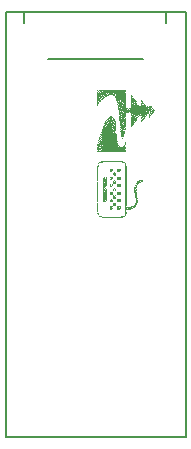
<source format=gbo>
G04 MADE WITH FRITZING*
G04 WWW.FRITZING.ORG*
G04 DOUBLE SIDED*
G04 HOLES PLATED*
G04 CONTOUR ON CENTER OF CONTOUR VECTOR*
%ASAXBY*%
%FSLAX23Y23*%
%MOIN*%
%OFA0B0*%
%SFA1.0B1.0*%
%ADD10R,0.608047X1.426100X0.592047X1.410100*%
%ADD11C,0.008000*%
%ADD12R,0.001000X0.001000*%
%LNSILK0*%
G90*
G70*
G54D11*
X4Y1422D02*
X604Y1422D01*
X604Y4D01*
X4Y4D01*
X4Y1422D01*
D02*
X66Y1422D02*
X538Y1422D01*
D02*
X66Y1422D02*
X66Y1383D01*
D02*
X538Y1422D02*
X538Y1383D01*
D02*
X460Y1264D02*
X145Y1264D01*
G36*
X495Y1097D02*
X492Y1097D01*
X492Y1100D01*
X495Y1100D01*
X495Y1097D01*
G37*
D02*
G36*
X489Y1074D02*
X486Y1074D01*
X486Y1068D01*
X483Y1068D01*
X483Y1080D01*
X486Y1080D01*
X486Y1077D01*
X489Y1077D01*
X489Y1074D01*
G37*
D02*
G36*
X474Y1106D02*
X471Y1106D01*
X471Y1109D01*
X474Y1109D01*
X474Y1106D01*
G37*
D02*
G36*
X460Y854D02*
X454Y854D01*
X454Y857D01*
X451Y857D01*
X451Y862D01*
X460Y862D01*
X460Y854D01*
G37*
D02*
G36*
X454Y851D02*
X451Y851D01*
X451Y854D01*
X454Y854D01*
X454Y851D01*
G37*
D02*
G36*
X451Y851D02*
X448Y851D01*
X448Y860D01*
X451Y860D01*
X451Y851D01*
G37*
D02*
G36*
X451Y851D02*
X448Y851D01*
X448Y860D01*
X451Y860D01*
X451Y851D01*
G37*
D02*
G36*
X448Y848D02*
X445Y848D01*
X445Y845D01*
X440Y845D01*
X440Y848D01*
X437Y848D01*
X437Y851D01*
X440Y851D01*
X440Y854D01*
X442Y854D01*
X442Y857D01*
X448Y857D01*
X448Y848D01*
G37*
D02*
G36*
X448Y1071D02*
X445Y1071D01*
X445Y1074D01*
X448Y1074D01*
X448Y1071D01*
G37*
D02*
G36*
X445Y1068D02*
X442Y1068D01*
X442Y1071D01*
X445Y1071D01*
X445Y1068D01*
G37*
D02*
G36*
X442Y1117D02*
X440Y1117D01*
X440Y1120D01*
X442Y1120D01*
X442Y1117D01*
G37*
D02*
G36*
X445Y784D02*
X442Y784D01*
X442Y793D01*
X445Y793D01*
X445Y784D01*
G37*
D02*
G36*
X445Y796D02*
X442Y796D01*
X442Y802D01*
X445Y802D01*
X445Y796D01*
G37*
D02*
G36*
X442Y778D02*
X440Y778D01*
X440Y784D01*
X442Y784D01*
X442Y778D01*
G37*
D02*
G36*
X442Y787D02*
X440Y787D01*
X440Y813D01*
X442Y813D01*
X442Y787D01*
G37*
D02*
G36*
X442Y787D02*
X440Y787D01*
X440Y813D01*
X442Y813D01*
X442Y787D01*
G37*
D02*
G36*
X442Y839D02*
X440Y839D01*
X440Y833D01*
X437Y833D01*
X437Y842D01*
X434Y842D01*
X434Y845D01*
X440Y845D01*
X440Y842D01*
X442Y842D01*
X442Y839D01*
G37*
D02*
G36*
X440Y773D02*
X437Y773D01*
X437Y775D01*
X440Y775D01*
X440Y773D01*
G37*
D02*
G36*
X440Y778D02*
X437Y778D01*
X437Y822D01*
X440Y822D01*
X440Y778D01*
G37*
D02*
G36*
X440Y778D02*
X437Y778D01*
X437Y822D01*
X440Y822D01*
X440Y778D01*
G37*
D02*
G36*
X440Y825D02*
X437Y825D01*
X437Y831D01*
X440Y831D01*
X440Y825D01*
G37*
D02*
G36*
X437Y770D02*
X434Y770D01*
X434Y784D01*
X437Y784D01*
X437Y770D01*
G37*
D02*
G36*
X437Y770D02*
X434Y770D01*
X434Y784D01*
X437Y784D01*
X437Y770D01*
G37*
D02*
G36*
X437Y802D02*
X434Y802D01*
X434Y828D01*
X437Y828D01*
X437Y802D01*
G37*
D02*
G36*
X437Y802D02*
X434Y802D01*
X434Y828D01*
X437Y828D01*
X437Y802D01*
G37*
D02*
G36*
X437Y831D02*
X434Y831D01*
X434Y839D01*
X437Y839D01*
X437Y831D01*
G37*
D02*
G36*
X434Y767D02*
X428Y767D01*
X428Y770D01*
X425Y770D01*
X425Y773D01*
X431Y773D01*
X431Y778D01*
X434Y778D01*
X434Y767D01*
G37*
D02*
G36*
X434Y816D02*
X431Y816D01*
X431Y839D01*
X434Y839D01*
X434Y816D01*
G37*
D02*
G36*
X434Y816D02*
X431Y816D01*
X431Y839D01*
X434Y839D01*
X434Y816D01*
G37*
D02*
G36*
X428Y764D02*
X425Y764D01*
X425Y767D01*
X428Y767D01*
X428Y764D01*
G37*
D02*
G36*
X425Y764D02*
X422Y764D01*
X422Y773D01*
X425Y773D01*
X425Y764D01*
G37*
D02*
G36*
X425Y764D02*
X422Y764D01*
X422Y773D01*
X425Y773D01*
X425Y764D01*
G37*
D02*
G36*
X422Y761D02*
X411Y761D01*
X411Y767D01*
X408Y767D01*
X408Y770D01*
X422Y770D01*
X422Y761D01*
G37*
D02*
G36*
X411Y761D02*
X408Y761D01*
X408Y764D01*
X411Y764D01*
X411Y761D01*
G37*
D02*
G36*
X408Y747D02*
X405Y747D01*
X405Y755D01*
X408Y755D01*
X408Y747D01*
G37*
D02*
G36*
X408Y761D02*
X405Y761D01*
X405Y770D01*
X408Y770D01*
X408Y761D01*
G37*
D02*
G36*
X408Y761D02*
X405Y761D01*
X405Y770D01*
X408Y770D01*
X408Y761D01*
G37*
D02*
G36*
X405Y741D02*
X402Y741D01*
X402Y773D01*
X405Y773D01*
X405Y741D01*
G37*
D02*
G36*
X405Y741D02*
X402Y741D01*
X402Y773D01*
X405Y773D01*
X405Y741D01*
G37*
D02*
G36*
X408Y773D02*
X405Y773D01*
X405Y775D01*
X402Y775D01*
X402Y917D01*
X405Y917D01*
X405Y906D01*
X408Y906D01*
X408Y773D01*
G37*
D02*
G36*
X405Y955D02*
X402Y955D01*
X402Y961D01*
X405Y961D01*
X405Y955D01*
G37*
D02*
G36*
X405Y964D02*
X402Y964D01*
X402Y970D01*
X405Y970D01*
X405Y964D01*
G37*
D02*
G36*
X402Y955D02*
X399Y955D01*
X399Y973D01*
X402Y973D01*
X402Y955D01*
G37*
D02*
G36*
X402Y955D02*
X399Y955D01*
X399Y973D01*
X402Y973D01*
X402Y955D01*
G37*
D02*
G36*
X399Y955D02*
X382Y955D01*
X382Y973D01*
X379Y973D01*
X379Y978D01*
X382Y978D01*
X382Y973D01*
X384Y973D01*
X384Y970D01*
X396Y970D01*
X396Y973D01*
X399Y973D01*
X399Y955D01*
G37*
D02*
G36*
X382Y955D02*
X379Y955D01*
X379Y970D01*
X382Y970D01*
X382Y955D01*
G37*
D02*
G36*
X379Y955D02*
X376Y955D01*
X376Y984D01*
X379Y984D01*
X379Y955D01*
G37*
D02*
G36*
X379Y955D02*
X376Y955D01*
X376Y984D01*
X379Y984D01*
X379Y955D01*
G37*
D02*
G36*
X379Y987D02*
X376Y987D01*
X376Y990D01*
X379Y990D01*
X379Y987D01*
G37*
D02*
G36*
X376Y955D02*
X373Y955D01*
X373Y1013D01*
X376Y1013D01*
X376Y955D01*
G37*
D02*
G36*
X376Y955D02*
X373Y955D01*
X373Y1013D01*
X376Y1013D01*
X376Y955D01*
G37*
D02*
G36*
X373Y955D02*
X367Y955D01*
X367Y1019D01*
X370Y1019D01*
X370Y1025D01*
X373Y1025D01*
X373Y955D01*
G37*
D02*
G36*
X373Y1028D02*
X370Y1028D01*
X370Y1030D01*
X373Y1030D01*
X373Y1028D01*
G37*
D02*
G36*
X373Y1033D02*
X370Y1033D01*
X370Y1039D01*
X373Y1039D01*
X373Y1033D01*
G37*
D02*
G36*
X370Y1025D02*
X367Y1025D01*
X367Y1057D01*
X370Y1057D01*
X370Y1025D01*
G37*
D02*
G36*
X370Y1025D02*
X367Y1025D01*
X367Y1057D01*
X370Y1057D01*
X370Y1025D01*
G37*
D02*
G36*
X367Y955D02*
X364Y955D01*
X364Y1042D01*
X367Y1042D01*
X367Y955D01*
G37*
D02*
G36*
X367Y955D02*
X364Y955D01*
X364Y1042D01*
X367Y1042D01*
X367Y955D01*
G37*
D02*
G36*
X367Y1045D02*
X364Y1045D01*
X364Y1051D01*
X367Y1051D01*
X367Y1045D01*
G37*
D02*
G36*
X367Y1054D02*
X364Y1054D01*
X364Y1057D01*
X361Y1057D01*
X361Y1068D01*
X358Y1068D01*
X358Y1071D01*
X361Y1071D01*
X361Y1068D01*
X364Y1068D01*
X364Y1065D01*
X367Y1065D01*
X367Y1054D01*
G37*
D02*
G36*
X364Y955D02*
X361Y955D01*
X361Y1019D01*
X364Y1019D01*
X364Y955D01*
G37*
D02*
G36*
X364Y1022D02*
X361Y1022D01*
X361Y1028D01*
X364Y1028D01*
X364Y1022D01*
G37*
D02*
G36*
X364Y1030D02*
X361Y1030D01*
X361Y1033D01*
X358Y1033D01*
X358Y1039D01*
X361Y1039D01*
X361Y1045D01*
X364Y1045D01*
X364Y1030D01*
G37*
D02*
G36*
X364Y1048D02*
X361Y1048D01*
X361Y1054D01*
X364Y1054D01*
X364Y1048D01*
G37*
D02*
G36*
X361Y955D02*
X358Y955D01*
X358Y1030D01*
X361Y1030D01*
X361Y955D01*
G37*
D02*
G36*
X361Y955D02*
X358Y955D01*
X358Y1030D01*
X361Y1030D01*
X361Y955D01*
G37*
D02*
G36*
X361Y1042D02*
X358Y1042D01*
X358Y1057D01*
X361Y1057D01*
X361Y1042D01*
G37*
D02*
G36*
X361Y1042D02*
X358Y1042D01*
X358Y1057D01*
X361Y1057D01*
X361Y1042D01*
G37*
D02*
G36*
X361Y1059D02*
X358Y1059D01*
X358Y1062D01*
X361Y1062D01*
X361Y1059D01*
G37*
D02*
G36*
X358Y955D02*
X356Y955D01*
X356Y1051D01*
X358Y1051D01*
X358Y955D01*
G37*
D02*
G36*
X358Y955D02*
X356Y955D01*
X356Y1051D01*
X358Y1051D01*
X358Y955D01*
G37*
D02*
G36*
X358Y955D02*
X356Y955D01*
X356Y1051D01*
X358Y1051D01*
X358Y955D01*
G37*
D02*
G36*
X358Y1054D02*
X356Y1054D01*
X356Y1074D01*
X358Y1074D01*
X358Y1054D01*
G37*
D02*
G36*
X358Y1054D02*
X356Y1054D01*
X356Y1074D01*
X358Y1074D01*
X358Y1054D01*
G37*
D02*
G36*
X358Y1054D02*
X356Y1054D01*
X356Y1074D01*
X358Y1074D01*
X358Y1054D01*
G37*
D02*
G36*
X356Y955D02*
X353Y955D01*
X353Y1074D01*
X356Y1074D01*
X356Y955D01*
G37*
D02*
G36*
X356Y955D02*
X353Y955D01*
X353Y1074D01*
X356Y1074D01*
X356Y955D01*
G37*
D02*
G36*
X353Y955D02*
X350Y955D01*
X350Y1039D01*
X353Y1039D01*
X353Y955D01*
G37*
D02*
G36*
X353Y1042D02*
X350Y1042D01*
X350Y1045D01*
X353Y1045D01*
X353Y1042D01*
G37*
D02*
G36*
X353Y1048D02*
X350Y1048D01*
X350Y1065D01*
X347Y1065D01*
X347Y1071D01*
X353Y1071D01*
X353Y1048D01*
G37*
D02*
G36*
X350Y955D02*
X347Y955D01*
X347Y1062D01*
X350Y1062D01*
X350Y955D01*
G37*
D02*
G36*
X350Y955D02*
X347Y955D01*
X347Y1062D01*
X350Y1062D01*
X350Y955D01*
G37*
D02*
G36*
X350Y955D02*
X347Y955D01*
X347Y1062D01*
X350Y1062D01*
X350Y955D01*
G37*
D02*
G36*
X347Y955D02*
X335Y955D01*
X335Y1039D01*
X338Y1039D01*
X338Y1042D01*
X341Y1042D01*
X341Y1048D01*
X344Y1048D01*
X344Y1051D01*
X347Y1051D01*
X347Y955D01*
G37*
D02*
G36*
X347Y1054D02*
X344Y1054D01*
X344Y1068D01*
X347Y1068D01*
X347Y1054D01*
G37*
D02*
G36*
X347Y1054D02*
X344Y1054D01*
X344Y1068D01*
X347Y1068D01*
X347Y1054D01*
G37*
D02*
G36*
X344Y1051D02*
X341Y1051D01*
X341Y1059D01*
X344Y1059D01*
X344Y1051D01*
G37*
D02*
G36*
X344Y1062D02*
X341Y1062D01*
X341Y1065D01*
X344Y1065D01*
X344Y1062D01*
G37*
D02*
G36*
X341Y1045D02*
X338Y1045D01*
X338Y1054D01*
X341Y1054D01*
X341Y1045D01*
G37*
D02*
G36*
X341Y1045D02*
X338Y1045D01*
X338Y1054D01*
X341Y1054D01*
X341Y1045D01*
G37*
D02*
G36*
X341Y1057D02*
X338Y1057D01*
X338Y1062D01*
X341Y1062D01*
X341Y1057D01*
G37*
D02*
G36*
X338Y1042D02*
X335Y1042D01*
X335Y1048D01*
X332Y1048D01*
X332Y1051D01*
X335Y1051D01*
X335Y1057D01*
X338Y1057D01*
X338Y1042D01*
G37*
D02*
G36*
X335Y955D02*
X332Y955D01*
X332Y1045D01*
X335Y1045D01*
X335Y955D01*
G37*
D02*
G36*
X335Y955D02*
X332Y955D01*
X332Y1045D01*
X335Y1045D01*
X335Y955D01*
G37*
D02*
G36*
X332Y955D02*
X329Y955D01*
X329Y1016D01*
X327Y1016D01*
X327Y1036D01*
X329Y1036D01*
X329Y1042D01*
X332Y1042D01*
X332Y955D01*
G37*
D02*
G36*
X329Y955D02*
X327Y955D01*
X327Y973D01*
X329Y973D01*
X329Y955D01*
G37*
D02*
G36*
X329Y975D02*
X327Y975D01*
X327Y1013D01*
X329Y1013D01*
X329Y975D01*
G37*
D02*
G36*
X327Y955D02*
X324Y955D01*
X324Y964D01*
X321Y964D01*
X321Y973D01*
X324Y973D01*
X324Y975D01*
X327Y975D01*
X327Y955D01*
G37*
D02*
G36*
X327Y978D02*
X324Y978D01*
X324Y1030D01*
X327Y1030D01*
X327Y978D01*
G37*
D02*
G36*
X327Y978D02*
X324Y978D01*
X324Y1030D01*
X327Y1030D01*
X327Y978D01*
G37*
D02*
G36*
X324Y955D02*
X315Y955D01*
X315Y958D01*
X321Y958D01*
X321Y961D01*
X324Y961D01*
X324Y955D01*
G37*
D02*
G36*
X324Y975D02*
X321Y975D01*
X321Y990D01*
X324Y990D01*
X324Y975D01*
G37*
D02*
G36*
X324Y993D02*
X321Y993D01*
X321Y999D01*
X324Y999D01*
X324Y993D01*
G37*
D02*
G36*
X324Y1001D02*
X321Y1001D01*
X321Y1004D01*
X324Y1004D01*
X324Y1001D01*
G37*
D02*
G36*
X324Y1007D02*
X321Y1007D01*
X321Y1010D01*
X318Y1010D01*
X318Y1013D01*
X324Y1013D01*
X324Y1007D01*
G37*
D02*
G36*
X324Y1016D02*
X321Y1016D01*
X321Y1022D01*
X324Y1022D01*
X324Y1016D01*
G37*
D02*
G36*
X321Y961D02*
X315Y961D01*
X315Y967D01*
X321Y967D01*
X321Y961D01*
G37*
D02*
G36*
X321Y970D02*
X318Y970D01*
X318Y975D01*
X321Y975D01*
X321Y970D01*
G37*
D02*
G36*
X321Y978D02*
X318Y978D01*
X318Y987D01*
X315Y987D01*
X315Y990D01*
X318Y990D01*
X318Y993D01*
X321Y993D01*
X321Y978D01*
G37*
D02*
G36*
X321Y996D02*
X318Y996D01*
X318Y999D01*
X315Y999D01*
X315Y1004D01*
X318Y1004D01*
X318Y1001D01*
X321Y1001D01*
X321Y996D01*
G37*
D02*
G36*
X318Y970D02*
X315Y970D01*
X315Y984D01*
X318Y984D01*
X318Y970D01*
G37*
D02*
G36*
X318Y970D02*
X315Y970D01*
X315Y984D01*
X318Y984D01*
X318Y970D01*
G37*
D02*
G36*
X315Y955D02*
X312Y955D01*
X312Y981D01*
X315Y981D01*
X315Y955D01*
G37*
D02*
G36*
X315Y955D02*
X312Y955D01*
X312Y981D01*
X315Y981D01*
X315Y955D01*
G37*
D02*
G36*
X315Y955D02*
X312Y955D01*
X312Y981D01*
X315Y981D01*
X315Y955D01*
G37*
D02*
G36*
X312Y955D02*
X309Y955D01*
X309Y958D01*
X312Y958D01*
X312Y955D01*
G37*
D02*
G36*
X312Y961D02*
X309Y961D01*
X309Y970D01*
X312Y970D01*
X312Y961D01*
G37*
D02*
G36*
X312Y973D02*
X309Y973D01*
X309Y981D01*
X312Y981D01*
X312Y973D01*
G37*
D02*
G36*
X405Y973D02*
X402Y973D01*
X402Y975D01*
X405Y975D01*
X405Y973D01*
G37*
D02*
G36*
X405Y978D02*
X402Y978D01*
X402Y987D01*
X405Y987D01*
X405Y978D01*
G37*
D02*
G36*
X402Y738D02*
X396Y738D01*
X396Y735D01*
X324Y735D01*
X324Y738D01*
X327Y738D01*
X327Y741D01*
X329Y741D01*
X329Y738D01*
X387Y738D01*
X387Y741D01*
X390Y741D01*
X390Y738D01*
X393Y738D01*
X393Y741D01*
X402Y741D01*
X402Y738D01*
G37*
D02*
G36*
X402Y917D02*
X390Y917D01*
X390Y920D01*
X393Y920D01*
X393Y923D01*
X396Y923D01*
X396Y920D01*
X402Y920D01*
X402Y917D01*
G37*
D02*
G36*
X402Y975D02*
X399Y975D01*
X399Y978D01*
X402Y978D01*
X402Y975D01*
G37*
D02*
G36*
X390Y920D02*
X327Y920D01*
X327Y917D01*
X315Y917D01*
X315Y920D01*
X321Y920D01*
X321Y923D01*
X390Y923D01*
X390Y920D01*
G37*
D02*
G36*
X387Y764D02*
X384Y764D01*
X384Y770D01*
X382Y770D01*
X382Y773D01*
X387Y773D01*
X387Y764D01*
G37*
D02*
G36*
X384Y761D02*
X382Y761D01*
X382Y767D01*
X384Y767D01*
X384Y761D01*
G37*
D02*
G36*
X382Y761D02*
X379Y761D01*
X379Y773D01*
X382Y773D01*
X382Y761D01*
G37*
D02*
G36*
X382Y761D02*
X379Y761D01*
X379Y773D01*
X382Y773D01*
X382Y761D01*
G37*
D02*
G36*
X379Y761D02*
X376Y761D01*
X376Y773D01*
X379Y773D01*
X379Y761D01*
G37*
D02*
G36*
X387Y787D02*
X376Y787D01*
X376Y796D01*
X387Y796D01*
X387Y787D01*
G37*
D02*
G36*
X387Y810D02*
X376Y810D01*
X376Y822D01*
X387Y822D01*
X387Y810D01*
G37*
D02*
G36*
X387Y836D02*
X382Y836D01*
X382Y839D01*
X379Y839D01*
X379Y836D01*
X376Y836D01*
X376Y848D01*
X387Y848D01*
X387Y836D01*
G37*
D02*
G36*
X387Y862D02*
X376Y862D01*
X376Y871D01*
X387Y871D01*
X387Y862D01*
G37*
D02*
G36*
X387Y886D02*
X384Y886D01*
X384Y888D01*
X387Y888D01*
X387Y886D01*
G37*
D02*
G36*
X387Y891D02*
X384Y891D01*
X384Y888D01*
X382Y888D01*
X382Y886D01*
X376Y886D01*
X376Y897D01*
X387Y897D01*
X387Y891D01*
G37*
D02*
G36*
X387Y1028D02*
X384Y1028D01*
X384Y1030D01*
X387Y1030D01*
X387Y1028D01*
G37*
D02*
G36*
X379Y1112D02*
X376Y1112D01*
X376Y1114D01*
X379Y1114D01*
X379Y1112D01*
G37*
D02*
G36*
X373Y775D02*
X370Y775D01*
X370Y773D01*
X361Y773D01*
X361Y784D01*
X373Y784D01*
X373Y775D01*
G37*
D02*
G36*
X373Y799D02*
X370Y799D01*
X370Y807D01*
X367Y807D01*
X367Y810D01*
X373Y810D01*
X373Y799D01*
G37*
D02*
G36*
X370Y799D02*
X367Y799D01*
X367Y804D01*
X370Y804D01*
X370Y799D01*
G37*
D02*
G36*
X367Y799D02*
X361Y799D01*
X361Y810D01*
X364Y810D01*
X364Y807D01*
X367Y807D01*
X367Y799D01*
G37*
D02*
G36*
X373Y825D02*
X367Y825D01*
X367Y831D01*
X370Y831D01*
X370Y833D01*
X373Y833D01*
X373Y825D01*
G37*
D02*
G36*
X373Y848D02*
X361Y848D01*
X361Y857D01*
X364Y857D01*
X364Y854D01*
X367Y854D01*
X367Y857D01*
X370Y857D01*
X370Y860D01*
X373Y860D01*
X373Y848D01*
G37*
D02*
G36*
X373Y874D02*
X364Y874D01*
X364Y877D01*
X361Y877D01*
X361Y883D01*
X364Y883D01*
X364Y886D01*
X367Y886D01*
X367Y883D01*
X370Y883D01*
X370Y880D01*
X373Y880D01*
X373Y874D01*
G37*
D02*
G36*
X373Y883D02*
X370Y883D01*
X370Y886D01*
X373Y886D01*
X373Y883D01*
G37*
D02*
G36*
X367Y831D02*
X364Y831D01*
X364Y833D01*
X367Y833D01*
X367Y831D01*
G37*
D02*
G36*
X367Y857D02*
X364Y857D01*
X364Y860D01*
X367Y860D01*
X367Y857D01*
G37*
D02*
G36*
X364Y825D02*
X361Y825D01*
X361Y831D01*
X364Y831D01*
X364Y825D01*
G37*
D02*
G36*
X361Y764D02*
X358Y764D01*
X358Y767D01*
X361Y767D01*
X361Y764D01*
G37*
D02*
G36*
X361Y770D02*
X358Y770D01*
X358Y773D01*
X361Y773D01*
X361Y770D01*
G37*
D02*
G36*
X358Y761D02*
X356Y761D01*
X356Y773D01*
X358Y773D01*
X358Y761D01*
G37*
D02*
G36*
X358Y761D02*
X356Y761D01*
X356Y773D01*
X358Y773D01*
X358Y761D01*
G37*
D02*
G36*
X356Y761D02*
X353Y761D01*
X353Y767D01*
X350Y767D01*
X350Y773D01*
X356Y773D01*
X356Y761D01*
G37*
D02*
G36*
X353Y761D02*
X350Y761D01*
X350Y764D01*
X353Y764D01*
X353Y761D01*
G37*
D02*
G36*
X361Y787D02*
X353Y787D01*
X353Y790D01*
X350Y790D01*
X350Y796D01*
X353Y796D01*
X353Y793D01*
X356Y793D01*
X356Y796D01*
X358Y796D01*
X358Y793D01*
X361Y793D01*
X361Y787D01*
G37*
D02*
G36*
X361Y810D02*
X353Y810D01*
X353Y816D01*
X350Y816D01*
X350Y822D01*
X361Y822D01*
X361Y810D01*
G37*
D02*
G36*
X353Y810D02*
X350Y810D01*
X350Y813D01*
X353Y813D01*
X353Y810D01*
G37*
D02*
G36*
X361Y836D02*
X350Y836D01*
X350Y848D01*
X356Y848D01*
X356Y842D01*
X358Y842D01*
X358Y839D01*
X361Y839D01*
X361Y836D01*
G37*
D02*
G36*
X361Y842D02*
X358Y842D01*
X358Y848D01*
X361Y848D01*
X361Y842D01*
G37*
D02*
G36*
X361Y865D02*
X358Y865D01*
X358Y862D01*
X356Y862D01*
X356Y868D01*
X353Y868D01*
X353Y871D01*
X361Y871D01*
X361Y865D01*
G37*
D02*
G36*
X356Y862D02*
X353Y862D01*
X353Y865D01*
X356Y865D01*
X356Y862D01*
G37*
D02*
G36*
X353Y862D02*
X350Y862D01*
X350Y871D01*
X353Y871D01*
X353Y862D01*
G37*
D02*
G36*
X353Y862D02*
X350Y862D01*
X350Y871D01*
X353Y871D01*
X353Y862D01*
G37*
D02*
G36*
X361Y886D02*
X358Y886D01*
X358Y888D01*
X361Y888D01*
X361Y886D01*
G37*
D02*
G36*
X361Y891D02*
X358Y891D01*
X358Y897D01*
X361Y897D01*
X361Y891D01*
G37*
D02*
G36*
X358Y886D02*
X356Y886D01*
X356Y897D01*
X358Y897D01*
X358Y886D01*
G37*
D02*
G36*
X358Y886D02*
X356Y886D01*
X356Y897D01*
X358Y897D01*
X358Y886D01*
G37*
D02*
G36*
X356Y886D02*
X350Y886D01*
X350Y897D01*
X356Y897D01*
X356Y886D01*
G37*
D02*
G36*
X341Y790D02*
X338Y790D01*
X338Y819D01*
X335Y819D01*
X335Y825D01*
X332Y825D01*
X332Y831D01*
X335Y831D01*
X335Y828D01*
X338Y828D01*
X338Y831D01*
X341Y831D01*
X341Y790D01*
G37*
D02*
G36*
X341Y836D02*
X338Y836D01*
X338Y839D01*
X341Y839D01*
X341Y836D01*
G37*
D02*
G36*
X341Y842D02*
X338Y842D01*
X338Y862D01*
X335Y862D01*
X335Y865D01*
X338Y865D01*
X338Y871D01*
X341Y871D01*
X341Y842D01*
G37*
D02*
G36*
X338Y787D02*
X335Y787D01*
X335Y790D01*
X338Y790D01*
X338Y787D01*
G37*
D02*
G36*
X338Y793D02*
X335Y793D01*
X335Y816D01*
X338Y816D01*
X338Y793D01*
G37*
D02*
G36*
X338Y836D02*
X335Y836D01*
X335Y860D01*
X338Y860D01*
X338Y836D01*
G37*
D02*
G36*
X338Y836D02*
X335Y836D01*
X335Y860D01*
X338Y860D01*
X338Y836D01*
G37*
D02*
G36*
X335Y787D02*
X332Y787D01*
X332Y796D01*
X335Y796D01*
X335Y787D01*
G37*
D02*
G36*
X335Y787D02*
X332Y787D01*
X332Y796D01*
X335Y796D01*
X335Y787D01*
G37*
D02*
G36*
X335Y799D02*
X332Y799D01*
X332Y822D01*
X335Y822D01*
X335Y799D01*
G37*
D02*
G36*
X335Y799D02*
X332Y799D01*
X332Y822D01*
X335Y822D01*
X335Y799D01*
G37*
D02*
G36*
X335Y833D02*
X332Y833D01*
X332Y851D01*
X335Y851D01*
X335Y833D01*
G37*
D02*
G36*
X335Y854D02*
X332Y854D01*
X332Y871D01*
X335Y871D01*
X335Y854D01*
G37*
D02*
G36*
X335Y854D02*
X332Y854D01*
X332Y871D01*
X335Y871D01*
X335Y854D01*
G37*
D02*
G36*
X332Y787D02*
X329Y787D01*
X329Y868D01*
X332Y868D01*
X332Y787D01*
G37*
D02*
G36*
X332Y787D02*
X329Y787D01*
X329Y868D01*
X332Y868D01*
X332Y787D01*
G37*
D02*
G36*
X332Y787D02*
X329Y787D01*
X329Y868D01*
X332Y868D01*
X332Y787D01*
G37*
D02*
G36*
X332Y787D02*
X329Y787D01*
X329Y868D01*
X332Y868D01*
X332Y787D01*
G37*
D02*
G36*
X332Y787D02*
X329Y787D01*
X329Y868D01*
X332Y868D01*
X332Y787D01*
G37*
D02*
G36*
X338Y831D02*
X335Y831D01*
X335Y833D01*
X338Y833D01*
X338Y831D01*
G37*
D02*
G36*
X324Y738D02*
X315Y738D01*
X315Y741D01*
X324Y741D01*
X324Y738D01*
G37*
D02*
G36*
X321Y1004D02*
X318Y1004D01*
X318Y1007D01*
X321Y1007D01*
X321Y1004D01*
G37*
D02*
G36*
X318Y993D02*
X315Y993D01*
X315Y996D01*
X318Y996D01*
X318Y993D01*
G37*
D02*
G36*
X315Y744D02*
X312Y744D01*
X312Y749D01*
X309Y749D01*
X309Y752D01*
X315Y752D01*
X315Y744D01*
G37*
D02*
G36*
X315Y903D02*
X312Y903D01*
X312Y857D01*
X309Y857D01*
X309Y909D01*
X312Y909D01*
X312Y912D01*
X315Y912D01*
X315Y903D01*
G37*
D02*
G36*
X315Y915D02*
X312Y915D01*
X312Y917D01*
X315Y917D01*
X315Y915D01*
G37*
D02*
G36*
X315Y984D02*
X312Y984D01*
X312Y987D01*
X315Y987D01*
X315Y984D01*
G37*
D02*
G36*
X315Y990D02*
X312Y990D01*
X312Y993D01*
X315Y993D01*
X315Y990D01*
G37*
D02*
G36*
X500Y1091D02*
X497Y1091D01*
X497Y1083D01*
X495Y1083D01*
X495Y1080D01*
X492Y1080D01*
X492Y1094D01*
X489Y1094D01*
X489Y1097D01*
X492Y1097D01*
X492Y1094D01*
X495Y1094D01*
X495Y1097D01*
X497Y1097D01*
X497Y1094D01*
X500Y1094D01*
X500Y1091D01*
G37*
D02*
G36*
X492Y1077D02*
X489Y1077D01*
X489Y1083D01*
X492Y1083D01*
X492Y1077D01*
G37*
D02*
G36*
X492Y1086D02*
X489Y1086D01*
X489Y1091D01*
X492Y1091D01*
X492Y1086D01*
G37*
D02*
G36*
X492Y1100D02*
X489Y1100D01*
X489Y1106D01*
X492Y1106D01*
X492Y1100D01*
G37*
D02*
G36*
X489Y1080D02*
X486Y1080D01*
X486Y1086D01*
X489Y1086D01*
X489Y1080D01*
G37*
D02*
G36*
X489Y1088D02*
X486Y1088D01*
X486Y1109D01*
X489Y1109D01*
X489Y1088D01*
G37*
D02*
G36*
X489Y1088D02*
X486Y1088D01*
X486Y1109D01*
X489Y1109D01*
X489Y1088D01*
G37*
D02*
G36*
X489Y1088D02*
X486Y1088D01*
X486Y1109D01*
X489Y1109D01*
X489Y1088D01*
G37*
D02*
G36*
X486Y1086D02*
X483Y1086D01*
X483Y1080D01*
X477Y1080D01*
X477Y1086D01*
X480Y1086D01*
X480Y1088D01*
X486Y1088D01*
X486Y1086D01*
G37*
D02*
G36*
X486Y1091D02*
X483Y1091D01*
X483Y1097D01*
X480Y1097D01*
X480Y1100D01*
X477Y1100D01*
X477Y1103D01*
X480Y1103D01*
X480Y1100D01*
X483Y1100D01*
X483Y1109D01*
X486Y1109D01*
X486Y1091D01*
G37*
D02*
G36*
X483Y1091D02*
X480Y1091D01*
X480Y1094D01*
X483Y1094D01*
X483Y1091D01*
G37*
D02*
G36*
X480Y1088D02*
X477Y1088D01*
X477Y1097D01*
X480Y1097D01*
X480Y1088D01*
G37*
D02*
G36*
X477Y1080D02*
X474Y1080D01*
X474Y1106D01*
X477Y1106D01*
X477Y1080D01*
G37*
D02*
G36*
X477Y1080D02*
X474Y1080D01*
X474Y1106D01*
X477Y1106D01*
X477Y1080D01*
G37*
D02*
G36*
X477Y1080D02*
X474Y1080D01*
X474Y1106D01*
X477Y1106D01*
X477Y1080D01*
G37*
D02*
G36*
X474Y1074D02*
X471Y1074D01*
X471Y1071D01*
X469Y1071D01*
X469Y1074D01*
X471Y1074D01*
X471Y1088D01*
X474Y1088D01*
X474Y1074D01*
G37*
D02*
G36*
X474Y1091D02*
X471Y1091D01*
X471Y1103D01*
X474Y1103D01*
X474Y1091D01*
G37*
D02*
G36*
X471Y1077D02*
X469Y1077D01*
X469Y1106D01*
X471Y1106D01*
X471Y1077D01*
G37*
D02*
G36*
X471Y1077D02*
X469Y1077D01*
X469Y1106D01*
X471Y1106D01*
X471Y1077D01*
G37*
D02*
G36*
X471Y1109D02*
X466Y1109D01*
X466Y1114D01*
X463Y1114D01*
X463Y1117D01*
X466Y1117D01*
X466Y1114D01*
X469Y1114D01*
X469Y1112D01*
X471Y1112D01*
X471Y1109D01*
G37*
D02*
G36*
X469Y1065D02*
X466Y1065D01*
X466Y1106D01*
X469Y1106D01*
X469Y1065D01*
G37*
D02*
G36*
X469Y1065D02*
X466Y1065D01*
X466Y1106D01*
X469Y1106D01*
X469Y1065D01*
G37*
D02*
G36*
X466Y1062D02*
X463Y1062D01*
X463Y1068D01*
X466Y1068D01*
X466Y1062D01*
G37*
D02*
G36*
X466Y1071D02*
X463Y1071D01*
X463Y1112D01*
X466Y1112D01*
X466Y1071D01*
G37*
D02*
G36*
X466Y1071D02*
X463Y1071D01*
X463Y1112D01*
X466Y1112D01*
X466Y1071D01*
G37*
D02*
G36*
X463Y1059D02*
X460Y1059D01*
X460Y1106D01*
X463Y1106D01*
X463Y1059D01*
G37*
D02*
G36*
X463Y1059D02*
X460Y1059D01*
X460Y1106D01*
X463Y1106D01*
X463Y1059D01*
G37*
D02*
G36*
X463Y1109D02*
X460Y1109D01*
X460Y1120D01*
X463Y1120D01*
X463Y1109D01*
G37*
D02*
G36*
X463Y1109D02*
X460Y1109D01*
X460Y1120D01*
X463Y1120D01*
X463Y1109D01*
G37*
D02*
G36*
X460Y1057D02*
X457Y1057D01*
X457Y1054D01*
X454Y1054D01*
X454Y1062D01*
X457Y1062D01*
X457Y1065D01*
X460Y1065D01*
X460Y1057D01*
G37*
D02*
G36*
X460Y1068D02*
X457Y1068D01*
X457Y1112D01*
X460Y1112D01*
X460Y1068D01*
G37*
D02*
G36*
X460Y1068D02*
X457Y1068D01*
X457Y1112D01*
X460Y1112D01*
X460Y1068D01*
G37*
D02*
G36*
X460Y1114D02*
X457Y1114D01*
X457Y1120D01*
X454Y1120D01*
X454Y1126D01*
X457Y1126D01*
X457Y1123D01*
X460Y1123D01*
X460Y1114D01*
G37*
D02*
G36*
X457Y1065D02*
X454Y1065D01*
X454Y1071D01*
X457Y1071D01*
X457Y1065D01*
G37*
D02*
G36*
X457Y1074D02*
X454Y1074D01*
X454Y1117D01*
X457Y1117D01*
X457Y1074D01*
G37*
D02*
G36*
X457Y1074D02*
X454Y1074D01*
X454Y1117D01*
X457Y1117D01*
X457Y1074D01*
G37*
D02*
G36*
X454Y1074D02*
X451Y1074D01*
X451Y1077D01*
X454Y1077D01*
X454Y1074D01*
G37*
D02*
G36*
X454Y1080D02*
X451Y1080D01*
X451Y1106D01*
X454Y1106D01*
X454Y1080D01*
G37*
D02*
G36*
X451Y1074D02*
X448Y1074D01*
X448Y1109D01*
X451Y1109D01*
X451Y1074D01*
G37*
D02*
G36*
X451Y1074D02*
X448Y1074D01*
X448Y1109D01*
X451Y1109D01*
X451Y1074D01*
G37*
D02*
G36*
X448Y1077D02*
X445Y1077D01*
X445Y1109D01*
X442Y1109D01*
X442Y1112D01*
X440Y1112D01*
X440Y1114D01*
X442Y1114D01*
X442Y1112D01*
X448Y1112D01*
X448Y1077D01*
G37*
D02*
G36*
X445Y1074D02*
X442Y1074D01*
X442Y1071D01*
X440Y1071D01*
X440Y1077D01*
X442Y1077D01*
X442Y1106D01*
X445Y1106D01*
X445Y1074D01*
G37*
D02*
G36*
X442Y1065D02*
X440Y1065D01*
X440Y1068D01*
X442Y1068D01*
X442Y1065D01*
G37*
D02*
G36*
X442Y1080D02*
X440Y1080D01*
X440Y1109D01*
X442Y1109D01*
X442Y1080D01*
G37*
D02*
G36*
X440Y1057D02*
X437Y1057D01*
X437Y1054D01*
X434Y1054D01*
X434Y1051D01*
X431Y1051D01*
X431Y1054D01*
X434Y1054D01*
X434Y1068D01*
X437Y1068D01*
X437Y1071D01*
X440Y1071D01*
X440Y1057D01*
G37*
D02*
G36*
X440Y1074D02*
X437Y1074D01*
X437Y1117D01*
X440Y1117D01*
X440Y1074D01*
G37*
D02*
G36*
X440Y1074D02*
X437Y1074D01*
X437Y1117D01*
X440Y1117D01*
X440Y1074D01*
G37*
D02*
G36*
X440Y1074D02*
X437Y1074D01*
X437Y1117D01*
X440Y1117D01*
X440Y1074D01*
G37*
D02*
G36*
X440Y1120D02*
X437Y1120D01*
X437Y1123D01*
X440Y1123D01*
X440Y1120D01*
G37*
D02*
G36*
X437Y1071D02*
X434Y1071D01*
X434Y1126D01*
X437Y1126D01*
X437Y1071D01*
G37*
D02*
G36*
X437Y1071D02*
X434Y1071D01*
X434Y1126D01*
X437Y1126D01*
X437Y1071D01*
G37*
D02*
G36*
X434Y1057D02*
X431Y1057D01*
X431Y1074D01*
X434Y1074D01*
X434Y1057D01*
G37*
D02*
G36*
X434Y1057D02*
X431Y1057D01*
X431Y1074D01*
X434Y1074D01*
X434Y1057D01*
G37*
D02*
G36*
X434Y1077D02*
X431Y1077D01*
X431Y1112D01*
X434Y1112D01*
X434Y1077D01*
G37*
D02*
G36*
X434Y1114D02*
X431Y1114D01*
X431Y1117D01*
X434Y1117D01*
X434Y1114D01*
G37*
D02*
G36*
X434Y1120D02*
X431Y1120D01*
X431Y1132D01*
X434Y1132D01*
X434Y1120D01*
G37*
D02*
G36*
X431Y1045D02*
X428Y1045D01*
X428Y1135D01*
X431Y1135D01*
X431Y1045D01*
G37*
D02*
G36*
X431Y1045D02*
X428Y1045D01*
X428Y1135D01*
X431Y1135D01*
X431Y1045D01*
G37*
D02*
G36*
X431Y1045D02*
X428Y1045D01*
X428Y1135D01*
X431Y1135D01*
X431Y1045D01*
G37*
D02*
G36*
X431Y1045D02*
X428Y1045D01*
X428Y1135D01*
X431Y1135D01*
X431Y1045D01*
G37*
D02*
G36*
X431Y1045D02*
X428Y1045D01*
X428Y1135D01*
X431Y1135D01*
X431Y1045D01*
G37*
D02*
G36*
X428Y1042D02*
X425Y1042D01*
X425Y1039D01*
X422Y1039D01*
X422Y1071D01*
X425Y1071D01*
X425Y1077D01*
X428Y1077D01*
X428Y1042D01*
G37*
D02*
G36*
X428Y1080D02*
X425Y1080D01*
X425Y1114D01*
X428Y1114D01*
X428Y1080D01*
G37*
D02*
G36*
X428Y1117D02*
X425Y1117D01*
X425Y1135D01*
X428Y1135D01*
X428Y1117D01*
G37*
D02*
G36*
X428Y1138D02*
X425Y1138D01*
X425Y1141D01*
X428Y1141D01*
X428Y1138D01*
G37*
D02*
G36*
X425Y1074D02*
X422Y1074D01*
X422Y1143D01*
X425Y1143D01*
X425Y1074D01*
G37*
D02*
G36*
X425Y1074D02*
X422Y1074D01*
X422Y1143D01*
X425Y1143D01*
X425Y1074D01*
G37*
D02*
G36*
X425Y1074D02*
X422Y1074D01*
X422Y1143D01*
X425Y1143D01*
X425Y1074D01*
G37*
D02*
G36*
X425Y1074D02*
X422Y1074D01*
X422Y1143D01*
X425Y1143D01*
X425Y1074D01*
G37*
D02*
G36*
X422Y1083D02*
X419Y1083D01*
X419Y1097D01*
X416Y1097D01*
X416Y1100D01*
X422Y1100D01*
X422Y1083D01*
G37*
D02*
G36*
X419Y1086D02*
X416Y1086D01*
X416Y1094D01*
X419Y1094D01*
X419Y1086D01*
G37*
D02*
G36*
X416Y1083D02*
X413Y1083D01*
X413Y1088D01*
X411Y1088D01*
X411Y1097D01*
X408Y1097D01*
X408Y1100D01*
X413Y1100D01*
X413Y1097D01*
X416Y1097D01*
X416Y1083D01*
G37*
D02*
G36*
X413Y1083D02*
X411Y1083D01*
X411Y1086D01*
X413Y1086D01*
X413Y1083D01*
G37*
D02*
G36*
X411Y1083D02*
X408Y1083D01*
X408Y1094D01*
X411Y1094D01*
X411Y1083D01*
G37*
D02*
G36*
X411Y1083D02*
X408Y1083D01*
X408Y1094D01*
X411Y1094D01*
X411Y1083D01*
G37*
D02*
G36*
X408Y1083D02*
X405Y1083D01*
X405Y1100D01*
X408Y1100D01*
X408Y1083D01*
G37*
D02*
G36*
X408Y1083D02*
X405Y1083D01*
X405Y1100D01*
X408Y1100D01*
X408Y1083D01*
G37*
D02*
G36*
X405Y1028D02*
X399Y1028D01*
X399Y1030D01*
X402Y1030D01*
X402Y1033D01*
X405Y1033D01*
X405Y1028D01*
G37*
D02*
G36*
X405Y1036D02*
X402Y1036D01*
X402Y1068D01*
X405Y1068D01*
X405Y1036D01*
G37*
D02*
G36*
X405Y1071D02*
X402Y1071D01*
X402Y1152D01*
X405Y1152D01*
X405Y1071D01*
G37*
D02*
G36*
X405Y1155D02*
X402Y1155D01*
X402Y1161D01*
X405Y1161D01*
X405Y1155D01*
G37*
D02*
G36*
X402Y1013D02*
X399Y1013D01*
X399Y1004D01*
X393Y1004D01*
X393Y1016D01*
X396Y1016D01*
X396Y1025D01*
X402Y1025D01*
X402Y1013D01*
G37*
D02*
G36*
X402Y1033D02*
X399Y1033D01*
X399Y1048D01*
X396Y1048D01*
X396Y1051D01*
X399Y1051D01*
X399Y1065D01*
X402Y1065D01*
X402Y1033D01*
G37*
D02*
G36*
X402Y1068D02*
X399Y1068D01*
X399Y1086D01*
X402Y1086D01*
X402Y1068D01*
G37*
D02*
G36*
X402Y1088D02*
X399Y1088D01*
X399Y1161D01*
X402Y1161D01*
X402Y1088D01*
G37*
D02*
G36*
X402Y1088D02*
X399Y1088D01*
X399Y1161D01*
X402Y1161D01*
X402Y1088D01*
G37*
D02*
G36*
X399Y1028D02*
X396Y1028D01*
X396Y1036D01*
X399Y1036D01*
X399Y1028D01*
G37*
D02*
G36*
X399Y1028D02*
X396Y1028D01*
X396Y1036D01*
X399Y1036D01*
X399Y1028D01*
G37*
D02*
G36*
X399Y1039D02*
X396Y1039D01*
X396Y1045D01*
X399Y1045D01*
X399Y1039D01*
G37*
D02*
G36*
X399Y1054D02*
X396Y1054D01*
X396Y1083D01*
X399Y1083D01*
X399Y1054D01*
G37*
D02*
G36*
X399Y1054D02*
X396Y1054D01*
X396Y1083D01*
X399Y1083D01*
X399Y1054D01*
G37*
D02*
G36*
X399Y1086D02*
X396Y1086D01*
X396Y1091D01*
X393Y1091D01*
X393Y1109D01*
X396Y1109D01*
X396Y1114D01*
X399Y1114D01*
X399Y1086D01*
G37*
D02*
G36*
X399Y1117D02*
X396Y1117D01*
X396Y1120D01*
X393Y1120D01*
X393Y1161D01*
X399Y1161D01*
X399Y1117D01*
G37*
D02*
G36*
X396Y999D02*
X393Y999D01*
X393Y1001D01*
X396Y1001D01*
X396Y999D01*
G37*
D02*
G36*
X396Y1019D02*
X393Y1019D01*
X393Y1048D01*
X396Y1048D01*
X396Y1019D01*
G37*
D02*
G36*
X396Y1019D02*
X393Y1019D01*
X393Y1048D01*
X396Y1048D01*
X396Y1019D01*
G37*
D02*
G36*
X396Y1019D02*
X393Y1019D01*
X393Y1048D01*
X396Y1048D01*
X396Y1019D01*
G37*
D02*
G36*
X396Y1051D02*
X393Y1051D01*
X393Y1077D01*
X390Y1077D01*
X390Y1080D01*
X393Y1080D01*
X393Y1086D01*
X396Y1086D01*
X396Y1051D01*
G37*
D02*
G36*
X396Y1112D02*
X393Y1112D01*
X393Y1117D01*
X396Y1117D01*
X396Y1112D01*
G37*
D02*
G36*
X393Y999D02*
X390Y999D01*
X390Y1007D01*
X393Y1007D01*
X393Y999D01*
G37*
D02*
G36*
X393Y999D02*
X390Y999D01*
X390Y1007D01*
X393Y1007D01*
X393Y999D01*
G37*
D02*
G36*
X393Y1010D02*
X390Y1010D01*
X390Y1022D01*
X393Y1022D01*
X393Y1010D01*
G37*
D02*
G36*
X393Y1010D02*
X390Y1010D01*
X390Y1022D01*
X393Y1022D01*
X393Y1010D01*
G37*
D02*
G36*
X393Y1025D02*
X390Y1025D01*
X390Y1028D01*
X393Y1028D01*
X393Y1025D01*
G37*
D02*
G36*
X393Y1033D02*
X390Y1033D01*
X390Y1036D01*
X393Y1036D01*
X393Y1033D01*
G37*
D02*
G36*
X393Y1039D02*
X390Y1039D01*
X390Y1054D01*
X393Y1054D01*
X393Y1039D01*
G37*
D02*
G36*
X393Y1039D02*
X390Y1039D01*
X390Y1054D01*
X393Y1054D01*
X393Y1039D01*
G37*
D02*
G36*
X393Y1057D02*
X390Y1057D01*
X390Y1059D01*
X387Y1059D01*
X387Y1065D01*
X390Y1065D01*
X390Y1068D01*
X393Y1068D01*
X393Y1057D01*
G37*
D02*
G36*
X393Y1071D02*
X390Y1071D01*
X390Y1074D01*
X393Y1074D01*
X393Y1071D01*
G37*
D02*
G36*
X393Y1083D02*
X390Y1083D01*
X390Y1100D01*
X393Y1100D01*
X393Y1083D01*
G37*
D02*
G36*
X393Y1083D02*
X390Y1083D01*
X390Y1100D01*
X393Y1100D01*
X393Y1083D01*
G37*
D02*
G36*
X393Y1103D02*
X390Y1103D01*
X390Y1161D01*
X393Y1161D01*
X393Y1103D01*
G37*
D02*
G36*
X393Y1103D02*
X390Y1103D01*
X390Y1161D01*
X393Y1161D01*
X393Y1103D01*
G37*
D02*
G36*
X393Y1103D02*
X390Y1103D01*
X390Y1161D01*
X393Y1161D01*
X393Y1103D01*
G37*
D02*
G36*
X390Y1004D02*
X387Y1004D01*
X387Y1028D01*
X390Y1028D01*
X390Y1004D01*
G37*
D02*
G36*
X390Y1004D02*
X387Y1004D01*
X387Y1028D01*
X390Y1028D01*
X390Y1004D01*
G37*
D02*
G36*
X390Y1004D02*
X387Y1004D01*
X387Y1028D01*
X390Y1028D01*
X390Y1004D01*
G37*
D02*
G36*
X390Y1030D02*
X387Y1030D01*
X387Y1057D01*
X390Y1057D01*
X390Y1030D01*
G37*
D02*
G36*
X390Y1030D02*
X387Y1030D01*
X387Y1057D01*
X390Y1057D01*
X390Y1030D01*
G37*
D02*
G36*
X390Y1068D02*
X387Y1068D01*
X387Y1071D01*
X390Y1071D01*
X390Y1068D01*
G37*
D02*
G36*
X390Y1074D02*
X387Y1074D01*
X387Y1077D01*
X390Y1077D01*
X390Y1074D01*
G37*
D02*
G36*
X390Y1080D02*
X387Y1080D01*
X387Y1086D01*
X390Y1086D01*
X390Y1080D01*
G37*
D02*
G36*
X390Y1088D02*
X387Y1088D01*
X387Y1097D01*
X390Y1097D01*
X390Y1088D01*
G37*
D02*
G36*
X390Y1100D02*
X387Y1100D01*
X387Y1106D01*
X390Y1106D01*
X390Y1100D01*
G37*
D02*
G36*
X390Y1109D02*
X387Y1109D01*
X387Y1126D01*
X384Y1126D01*
X384Y1161D01*
X390Y1161D01*
X390Y1109D01*
G37*
D02*
G36*
X387Y1022D02*
X384Y1022D01*
X384Y1025D01*
X387Y1025D01*
X387Y1022D01*
G37*
D02*
G36*
X387Y1033D02*
X384Y1033D01*
X384Y1039D01*
X387Y1039D01*
X387Y1033D01*
G37*
D02*
G36*
X387Y1042D02*
X384Y1042D01*
X384Y1088D01*
X387Y1088D01*
X387Y1042D01*
G37*
D02*
G36*
X387Y1042D02*
X384Y1042D01*
X384Y1088D01*
X387Y1088D01*
X387Y1042D01*
G37*
D02*
G36*
X387Y1042D02*
X384Y1042D01*
X384Y1088D01*
X387Y1088D01*
X387Y1042D01*
G37*
D02*
G36*
X387Y1042D02*
X384Y1042D01*
X384Y1088D01*
X387Y1088D01*
X387Y1042D01*
G37*
D02*
G36*
X387Y1042D02*
X384Y1042D01*
X384Y1088D01*
X387Y1088D01*
X387Y1042D01*
G37*
D02*
G36*
X387Y1091D02*
X384Y1091D01*
X384Y1120D01*
X387Y1120D01*
X387Y1091D01*
G37*
D02*
G36*
X387Y1091D02*
X384Y1091D01*
X384Y1120D01*
X387Y1120D01*
X387Y1091D01*
G37*
D02*
G36*
X387Y1091D02*
X384Y1091D01*
X384Y1120D01*
X387Y1120D01*
X387Y1091D01*
G37*
D02*
G36*
X384Y1059D02*
X382Y1059D01*
X382Y1074D01*
X384Y1074D01*
X384Y1059D01*
G37*
D02*
G36*
X384Y1077D02*
X382Y1077D01*
X382Y1100D01*
X384Y1100D01*
X384Y1077D01*
G37*
D02*
G36*
X384Y1077D02*
X382Y1077D01*
X382Y1100D01*
X384Y1100D01*
X384Y1077D01*
G37*
D02*
G36*
X384Y1103D02*
X382Y1103D01*
X382Y1106D01*
X384Y1106D01*
X384Y1103D01*
G37*
D02*
G36*
X384Y1109D02*
X382Y1109D01*
X382Y1161D01*
X384Y1161D01*
X384Y1109D01*
G37*
D02*
G36*
X384Y1109D02*
X382Y1109D01*
X382Y1161D01*
X384Y1161D01*
X384Y1109D01*
G37*
D02*
G36*
X382Y1094D02*
X379Y1094D01*
X379Y1112D01*
X382Y1112D01*
X382Y1094D01*
G37*
D02*
G36*
X382Y1094D02*
X379Y1094D01*
X379Y1112D01*
X382Y1112D01*
X382Y1094D01*
G37*
D02*
G36*
X382Y1094D02*
X379Y1094D01*
X379Y1112D01*
X382Y1112D01*
X382Y1094D01*
G37*
D02*
G36*
X382Y1114D02*
X379Y1114D01*
X379Y1120D01*
X382Y1120D01*
X382Y1114D01*
G37*
D02*
G36*
X382Y1123D02*
X379Y1123D01*
X379Y1129D01*
X376Y1129D01*
X376Y1161D01*
X382Y1161D01*
X382Y1123D01*
G37*
D02*
G36*
X379Y1117D02*
X376Y1117D01*
X376Y1126D01*
X379Y1126D01*
X379Y1117D01*
G37*
D02*
G36*
X379Y1117D02*
X376Y1117D01*
X376Y1126D01*
X379Y1126D01*
X379Y1117D01*
G37*
D02*
G36*
X376Y1123D02*
X373Y1123D01*
X373Y1161D01*
X376Y1161D01*
X376Y1123D01*
G37*
D02*
G36*
X376Y1123D02*
X373Y1123D01*
X373Y1161D01*
X376Y1161D01*
X376Y1123D01*
G37*
D02*
G36*
X373Y1129D02*
X370Y1129D01*
X370Y1138D01*
X373Y1138D01*
X373Y1129D01*
G37*
D02*
G36*
X373Y1141D02*
X370Y1141D01*
X370Y1146D01*
X367Y1146D01*
X367Y1149D01*
X364Y1149D01*
X364Y1152D01*
X361Y1152D01*
X361Y1161D01*
X373Y1161D01*
X373Y1141D01*
G37*
D02*
G36*
X370Y1135D02*
X367Y1135D01*
X367Y1141D01*
X370Y1141D01*
X370Y1135D01*
G37*
D02*
G36*
X367Y1141D02*
X364Y1141D01*
X364Y1146D01*
X367Y1146D01*
X367Y1141D01*
G37*
D02*
G36*
X364Y1141D02*
X361Y1141D01*
X361Y1149D01*
X364Y1149D01*
X364Y1141D01*
G37*
D02*
G36*
X361Y1143D02*
X358Y1143D01*
X358Y1161D01*
X361Y1161D01*
X361Y1143D01*
G37*
D02*
G36*
X361Y1143D02*
X358Y1143D01*
X358Y1161D01*
X361Y1161D01*
X361Y1143D01*
G37*
D02*
G36*
X358Y1143D02*
X350Y1143D01*
X350Y1149D01*
X347Y1149D01*
X347Y1152D01*
X344Y1152D01*
X344Y1161D01*
X358Y1161D01*
X358Y1143D01*
G37*
D02*
G36*
X350Y1143D02*
X347Y1143D01*
X347Y1146D01*
X350Y1146D01*
X350Y1143D01*
G37*
D02*
G36*
X347Y1141D02*
X341Y1141D01*
X341Y1143D01*
X344Y1143D01*
X344Y1149D01*
X347Y1149D01*
X347Y1141D01*
G37*
D02*
G36*
X344Y1146D02*
X341Y1146D01*
X341Y1161D01*
X344Y1161D01*
X344Y1146D01*
G37*
D02*
G36*
X344Y1146D02*
X341Y1146D01*
X341Y1161D01*
X344Y1161D01*
X344Y1146D01*
G37*
D02*
G36*
X341Y1138D02*
X338Y1138D01*
X338Y1149D01*
X341Y1149D01*
X341Y1138D01*
G37*
D02*
G36*
X341Y1138D02*
X338Y1138D01*
X338Y1149D01*
X341Y1149D01*
X341Y1138D01*
G37*
D02*
G36*
X341Y1152D02*
X338Y1152D01*
X338Y1161D01*
X341Y1161D01*
X341Y1152D01*
G37*
D02*
G36*
X338Y1138D02*
X335Y1138D01*
X335Y1135D01*
X332Y1135D01*
X332Y1138D01*
X335Y1138D01*
X335Y1146D01*
X338Y1146D01*
X338Y1138D01*
G37*
D02*
G36*
X338Y1149D02*
X335Y1149D01*
X335Y1161D01*
X338Y1161D01*
X338Y1149D01*
G37*
D02*
G36*
X335Y1141D02*
X332Y1141D01*
X332Y1161D01*
X335Y1161D01*
X335Y1141D01*
G37*
D02*
G36*
X335Y1141D02*
X332Y1141D01*
X332Y1161D01*
X335Y1161D01*
X335Y1141D01*
G37*
D02*
G36*
X332Y1132D02*
X327Y1132D01*
X327Y1129D01*
X324Y1129D01*
X324Y1126D01*
X321Y1126D01*
X321Y1120D01*
X318Y1120D01*
X318Y1129D01*
X321Y1129D01*
X321Y1132D01*
X324Y1132D01*
X324Y1135D01*
X327Y1135D01*
X327Y1138D01*
X329Y1138D01*
X329Y1141D01*
X332Y1141D01*
X332Y1132D01*
G37*
D02*
G36*
X332Y1143D02*
X329Y1143D01*
X329Y1161D01*
X332Y1161D01*
X332Y1143D01*
G37*
D02*
G36*
X329Y1141D02*
X327Y1141D01*
X327Y1158D01*
X324Y1158D01*
X324Y1161D01*
X329Y1161D01*
X329Y1141D01*
G37*
D02*
G36*
X327Y1138D02*
X324Y1138D01*
X324Y1155D01*
X327Y1155D01*
X327Y1138D01*
G37*
D02*
G36*
X324Y1135D02*
X321Y1135D01*
X321Y1141D01*
X324Y1141D01*
X324Y1135D01*
G37*
D02*
G36*
X324Y1143D02*
X321Y1143D01*
X321Y1161D01*
X324Y1161D01*
X324Y1143D01*
G37*
D02*
G36*
X324Y1143D02*
X321Y1143D01*
X321Y1161D01*
X324Y1161D01*
X324Y1143D01*
G37*
D02*
G36*
X321Y1132D02*
X318Y1132D01*
X318Y1152D01*
X321Y1152D01*
X321Y1132D01*
G37*
D02*
G36*
X321Y1132D02*
X318Y1132D01*
X318Y1152D01*
X321Y1152D01*
X321Y1132D01*
G37*
D02*
G36*
X321Y1155D02*
X318Y1155D01*
X318Y1158D01*
X315Y1158D01*
X315Y1161D01*
X321Y1161D01*
X321Y1155D01*
G37*
D02*
G36*
X318Y1120D02*
X315Y1120D01*
X315Y1135D01*
X318Y1135D01*
X318Y1120D01*
G37*
D02*
G36*
X318Y1120D02*
X315Y1120D01*
X315Y1135D01*
X318Y1135D01*
X318Y1120D01*
G37*
D02*
G36*
X318Y1138D02*
X315Y1138D01*
X315Y1155D01*
X318Y1155D01*
X318Y1138D01*
G37*
D02*
G36*
X315Y1114D02*
X312Y1114D01*
X312Y1120D01*
X315Y1120D01*
X315Y1114D01*
G37*
D02*
G36*
X315Y1123D02*
X312Y1123D01*
X312Y1152D01*
X315Y1152D01*
X315Y1123D01*
G37*
D02*
G36*
X315Y1123D02*
X312Y1123D01*
X312Y1152D01*
X315Y1152D01*
X315Y1123D01*
G37*
D02*
G36*
X312Y1109D02*
X309Y1109D01*
X309Y1155D01*
X312Y1155D01*
X312Y1109D01*
G37*
D02*
G36*
X312Y1109D02*
X309Y1109D01*
X309Y1155D01*
X312Y1155D01*
X312Y1109D01*
G37*
D02*
G36*
X315Y1155D02*
X312Y1155D01*
X312Y1158D01*
X315Y1158D01*
X315Y1155D01*
G37*
D02*
G36*
X312Y755D02*
X309Y755D01*
X309Y784D01*
X312Y784D01*
X312Y755D01*
G37*
D02*
G36*
X312Y787D02*
X309Y787D01*
X309Y854D01*
X312Y854D01*
X312Y787D01*
G37*
D02*
G36*
X312Y1158D02*
X309Y1158D01*
X309Y1161D01*
X312Y1161D01*
X312Y1158D01*
G37*
D02*
G54D12*
D02*
G04 End of Silk0*
M02*
</source>
